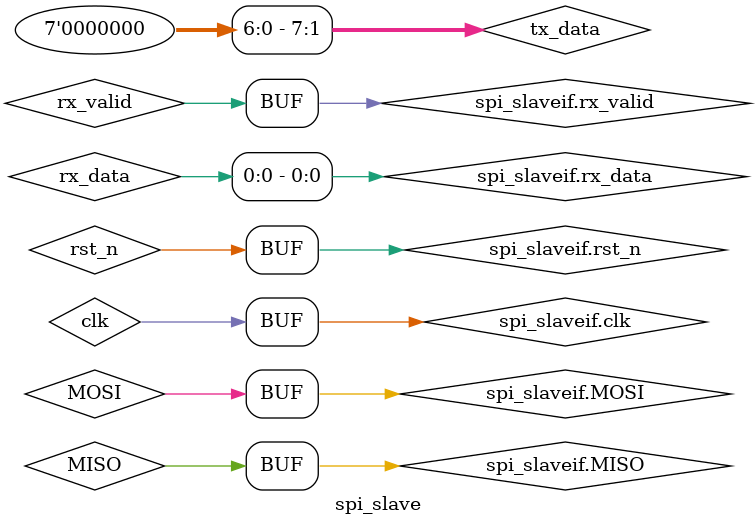
<source format=sv>
module spi_slave(spi_slave_if.DUT spi_slaveif);
    logic clk;
    logic rst_n;
    logic MOSI;
    logic tx_valid;
    logic ss_n;
    logic [7:0] tx_data;
    logic MISO;
    logic rx_valid;
    logic [9:0] rx_data;

    // assigning signals to be interfaced
    // inputs
    assign clk = spi_slaveif.clk;
    assign rst_n = spi_slaveif.rst_n;
    assign MOSI = spi_slaveif.MOSI;
    assign tx_valid = spi_slaveif.tx_valid;
    assign ss_n = spi_slaveif.ss_n;
    assign tx_data = spi_slaveif.tx_data;
    // outputs
    assign spi_slaveif.MISO = MISO;
    assign spi_slaveif.rx_valid = rx_valid;
    assign spi_slaveif.rx_data  = rx_data;



    localparam IDLE = 3'b000,
            CHK_CMD = 3'b001,
            WRITE = 3'b010,
            READ_ADD = 3'b011,
            READ_DATA = 3'b100;

    reg [2:0] cs , ns ; ///current state and next state           
    reg ADD_DATA_checker ; //if it's set to high then we will go to READ_ADD state and we will go READ_DATA state otherwise
    reg [3:0] counter1 ; //a counter to fill the rx_data (general counter)
    reg [2:0] counter2 ; //specific counter for the READ_DATA state
    reg [9:0] bus ; // an internal signal to be filled and then assigned to rx_data so the data can be sent in parallel

    //state memory 
    always @(posedge clk)
    begin
        if(~rst_n) 
            cs <= IDLE;
        else 
            cs <= ns ;
    end

    //next state logic
    always @(*) begin
        ns = cs ;
        case(cs)
            IDLE : begin
                if(ss_n)
                    ns = IDLE;
                else    
                    ns = CHK_CMD;
            end
            CHK_CMD : begin
                if(ss_n)
                    ns = IDLE;
                else begin
                    if((~ss_n) && (MOSI == 0))
                        ns = WRITE;
                    else if ((~ss_n) && (MOSI == 1) && (ADD_DATA_checker == 1))
                        ns = READ_ADD;
                    else if ((~ss_n) && (MOSI == 1) && (ADD_DATA_checker == 0))
                        ns = READ_DATA;
                end
            end
            WRITE : begin
                if(ss_n) //counter = -1(4'b1111 = -1) means that the whole rx_bus is completed so go to state IDLE
                    ns = IDLE;
                else 
                    ns = WRITE;
            end
            READ_ADD : begin 
                if(ss_n)
                    ns = IDLE;     
                else
                    ns = READ_ADD;
            end
            READ_DATA : begin        
                if(ss_n)
                    ns = IDLE;
                else
                    ns = READ_DATA;
            end
        endcase
    end
    
    //output logic 
    always @(posedge clk) begin
        if (~rst_n) begin
            counter1 <= 9; //as the first bit entered will be the MSB
            counter2 <= 7; // as the first bit outted will be the MSB
            ADD_DATA_checker <= 1; // as reading address first is the default
            bus <= 0;
            rx_data <= 0;
            rx_valid <= 0; 
            MISO  <= 0; // making the default output is zero
        end
        //IDLE state
        else begin
            if(cs == IDLE) begin
                rx_valid <= 0;
                counter1 <= 9 ; //to start the same proccess in other states without resetting
                counter2 <= 7 ; 
                MISO <= 0;
            end
            //WRITE state
            else if(cs == WRITE) begin
                if (counter1 >= 0)begin
                    bus[counter1] <= MOSI;
                    counter1 <= counter1 - 1;   //decrement the counter to fill the whole output rx_data
                end
                if(counter1 == 4'b1111) begin//(4'b1111) means that the counter has the value -1 (the rx_data is completed)
                    rx_valid <= 1;
                    rx_data <= bus ; //sending the parallel data to the spi_slave
                end
            end
            //READ_ADD state  (mostly the same as WRITE state)
            else if (cs == READ_ADD) begin
                if (counter1 >= 0)begin
                    bus[counter1] <= MOSI;
                    counter1 <= counter1 - 1;   //decrement the counter to fill the whole output rx_data
                end
                if(counter1 == 4'b1111) begin//(4'b1111) means that the counter has the value -1 (the rx_data is completed)
                    rx_valid <= 1;
                    rx_data <= bus ; //sending the parallel data to the spi_slave
                    ADD_DATA_checker <= 0; //(means that the read address is recieved) as when this state ends we will go to the READ_DATA state 
                end
            end
            //READ_DATA state  
            else if (cs == READ_DATA) begin
                if (counter1 >= 0)begin
                    bus[counter1] <= MOSI;
                    counter1 <= counter1 - 1;   //decrement the counter to fill the whole output rx_data
                end
                if(counter1 == 4'b1111) begin//(4'b1111) means that the counter has the value -1 (the rx_data is completed)
                    rx_valid <= 1;
                    rx_data <= bus ; //sending the parallel data to the spi_slave
                    counter1 <= 9 ; //only and only in this case we will reset the counter as we won't go back to the IDLE state until the process ends
                end
                if(rx_valid  == 1) rx_valid <= 0; //only and only in this case we will reset the rx_valid as we won't go back to the IDLE state until the process ends
                if(tx_valid==1 && counter2 >=0)begin
                    MISO <= tx_data[counter2] ; //counter-2 as it it's an 8 bit bus not 10 bit bus 
                    counter2 <= counter2 - 1 ;
                end
                if(counter2 == 3'b111)begin
                    ADD_DATA_checker <= 1; //(means that we should send another address for reading in the next time) so we will go to READ_ADD state
                end
            end
        end

    end
endmodule
</source>
